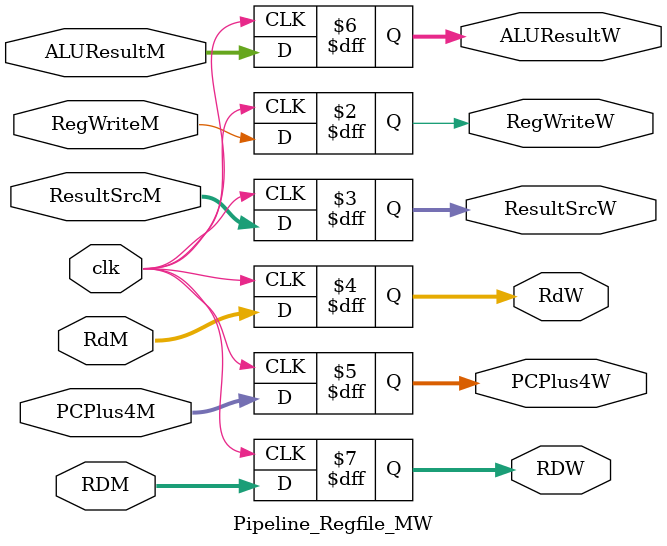
<source format=sv>
module Pipeline_Regfile_MW(
    //INPUTS
    input logic             clk,
    input logic             RegWriteM,
    input logic [1:0]       ResultSrcM,

    input logic [31:0]      RdM,
    input logic [31:0]      PCPlus4M,
    input logic [31:0]      ALUResultM,
    input logic [31:0]      RDM,

    //OUTPUTS
    output logic             RegWriteW,
    output logic [1:0]       ResultSrcW,
    
    output logic [31:0]      RdW,
    output logic [31:0]      PCPlus4W,
    output logic [31:0]      ALUResultW,
    output logic [31:0]      RDW
);

always_ff @(posedge clk) begin 
    RegWriteW <= RegWriteM;
    ResultSrcW <= ResultSrcM;
    RdW <= RdM;
    PCPlus4W <= PCPlus4M;
    ALUResultW <= ALUResultM;
    RDW <= RDM;
end

endmodule

</source>
